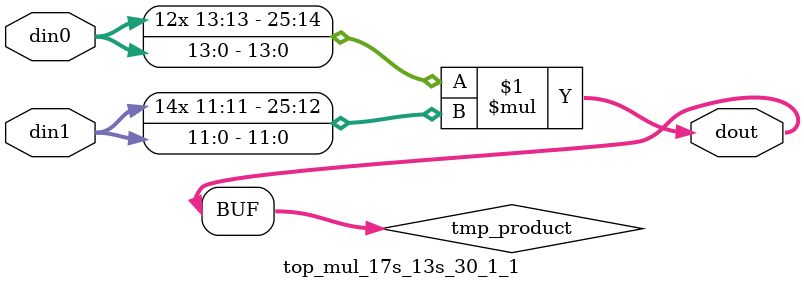
<source format=v>

`timescale 1 ns / 1 ps

 (* use_dsp = "no" *)  module top_mul_17s_13s_30_1_1(din0, din1, dout);
parameter ID = 1;
parameter NUM_STAGE = 0;
parameter din0_WIDTH = 14;
parameter din1_WIDTH = 12;
parameter dout_WIDTH = 26;

input [din0_WIDTH - 1 : 0] din0; 
input [din1_WIDTH - 1 : 0] din1; 
output [dout_WIDTH - 1 : 0] dout;

wire signed [dout_WIDTH - 1 : 0] tmp_product;



























assign tmp_product = $signed(din0) * $signed(din1);








assign dout = tmp_product;





















endmodule

</source>
